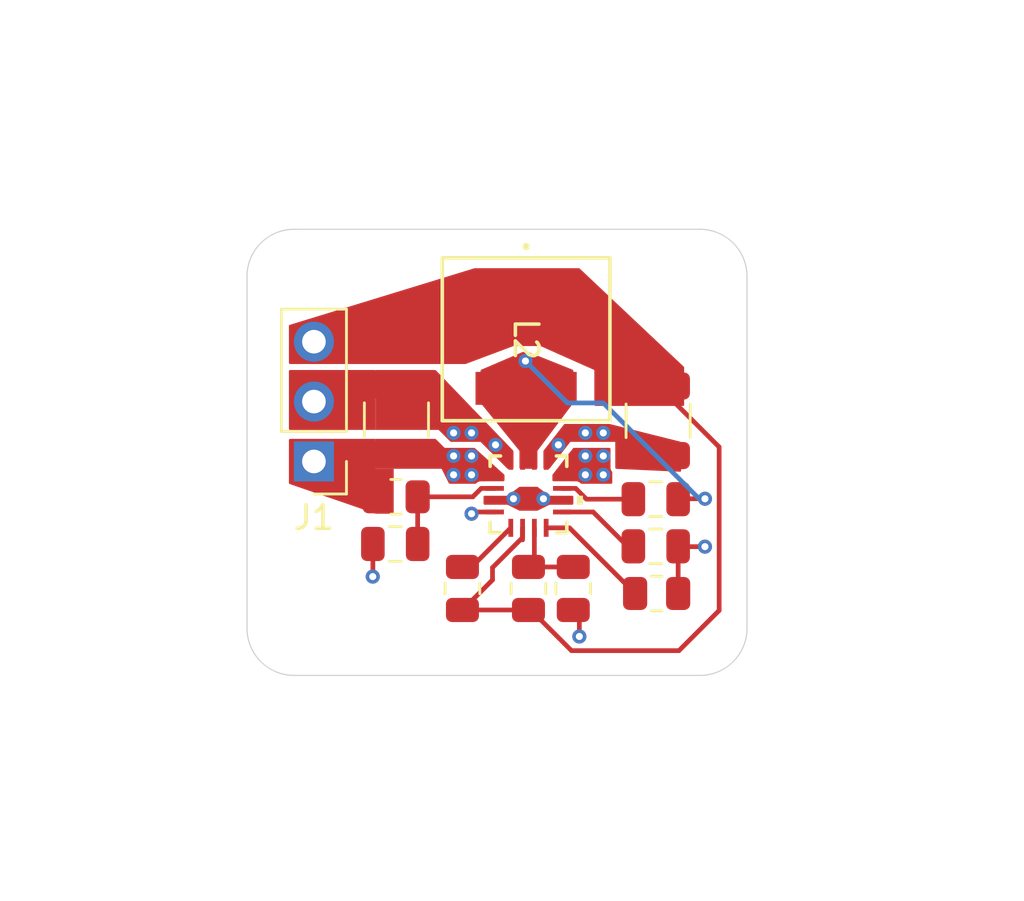
<source format=kicad_pcb>
(kicad_pcb (version 20241229) (generator "pcbnew") (generator_version "9.0")
  (layers (0 "F.Cu" signal) (4 "In1.Cu" signal) (6 "In2.Cu" signal) (2 "B.Cu" signal) (13 "F.Paste" user) (15 "B.Paste" user) (5 "F.SilkS" user "F.Silkscreen") (7 "B.SilkS" user "B.Silkscreen") (1 "F.Mask" user) (3 "B.Mask" user) (25 "Edge.Cuts" user))
  (net 0 "")
  (net 1 "GND")
  (net 2 "14.8V")
  (net 3 "Net-(U4-VINLDO)")
  (net 4 "Net-(U4-VCC)")
  (net 5 "Net-(U4-BOOT)")
  (net 6 "Net-(C24-Pad2)")
  (net 7 "12V")
  (net 8 "Net-(U4-FSW)")
  (net 9 "Net-(U4-PGOOD)")
  (net 10 "Net-(U4-FB{slash}OUT)")
  (footprint "74439344047:IND_WE-XHMI_6030_WRE" (layer "F.Cu") (at 144.108389 103.290419 -90)
    (property "Reference" "L2" (at 0 0 270) (layer "F.SilkS"))
    (property "Value" "74439344047" (hide yes))
    (fp_line (start -3.4544 3.556) (end 3.4544 3.556) (stroke (width 0.1524)) (layer "F.SilkS"))
    (fp_line (start 3.4544 3.556) (end 3.4544 -3.556) (stroke (width 0.1524)) (layer "F.SilkS"))
    (fp_line (start -3.4544 -3.556) (end -3.4544 3.556) (stroke (width 0.1524)) (layer "F.SilkS"))
    (fp_line (start 3.4544 -3.556) (end -3.4544 -3.556) (stroke (width 0.1524)) (layer "F.SilkS"))
    (fp_circle (center -3.937 0) (end -3.8608 0) (stroke (width 0.1524)) (fill no) (layer "F.SilkS"))
    (pad "1" smd rect (at -2.0828 0 270) (size 1.397 4.2926) (layers "F.Cu" "F.Mask" "F.Paste") (net 7 "12V"))
    (pad "2" smd rect (at 2.0828 0 270) (size 1.397 4.2926) (layers "F.Cu" "F.Mask" "F.Paste") (net 6 "Net-(C24-Pad2)"))
  )
  (footprint "Resistor_SMD:R_0805_2012Metric" (layer "F.Cu") (at 141.408389 113.860719 -90)
    (property "Reference" "R17" (hide yes))
    (property "Value" "1M" (hide yes))
    (fp_line (start -0.227064 0.735) (end 0.227064 0.735) (stroke (width 0.12)) (layer "F.SilkS"))
    (fp_line (start -0.227064 -0.735) (end 0.227064 -0.735) (stroke (width 0.12)) (layer "F.SilkS"))
    (pad "1" smd roundrect (at -0.9125 0 270) (size 1.025 1.4) (layers "F.Cu" "F.Mask" "F.Paste") (roundrect_rratio 0.243902) (net 9 "Net-(U4-PGOOD)"))
    (pad "2" smd roundrect (at 0.9125 0 270) (size 1.025 1.4) (layers "F.Cu" "F.Mask" "F.Paste") (roundrect_rratio 0.243902) (net 7 "12V"))
  )
  (footprint "Capacitor_SMD:C_0805_2012Metric" (layer "F.Cu") (at 138.558389 111.973219 180)
    (property "Reference" "C22" (hide yes))
    (property "Value" "1uF" (hide yes))
    (fp_line (start -0.261252 0.735) (end 0.261252 0.735) (stroke (width 0.12)) (layer "F.SilkS"))
    (fp_line (start -0.261252 -0.735) (end 0.261252 -0.735) (stroke (width 0.12)) (layer "F.SilkS"))
    (pad "1" smd roundrect (at -0.95 0 180) (size 1 1.45) (layers "F.Cu" "F.Mask" "F.Paste") (net 3 "Net-(U4-VINLDO)"))
    (pad "2" smd roundrect (at 0.95 0 180) (size 1 1.45) (layers "F.Cu" "F.Mask" "F.Paste") (net 1 "GND"))
  )
  (footprint "Capacitor_SMD:C_0805_2012Metric" (layer "F.Cu") (at 149.607389 112.073219 180)
    (property "Reference" "C23" (hide yes))
    (property "Value" "1uF")
    (fp_line (start -0.261252 0.735) (end 0.261252 0.735) (stroke (width 0.12)) (layer "F.SilkS"))
    (fp_line (start -0.261252 -0.735) (end 0.261252 -0.735) (stroke (width 0.12)) (layer "F.SilkS"))
    (pad "1" smd roundrect (at -0.95 0 180) (size 1 1.45) (layers "F.Cu" "F.Mask" "F.Paste") (net 1 "GND"))
    (pad "2" smd roundrect (at 0.95 0 180) (size 1 1.45) (layers "F.Cu" "F.Mask" "F.Paste") (net 4 "Net-(U4-VCC)"))
  )
  (footprint "Capacitor_SMD:C_0805_2012Metric" (layer "F.Cu") (at 149.607389 110.073219)
    (property "Reference" "C24" (hide yes))
    (property "Value" "100nF" (hide yes))
    (fp_line (start -0.261252 -0.735) (end 0.261252 -0.735) (stroke (width 0.12)) (layer "F.SilkS"))
    (fp_line (start -0.261252 0.735) (end 0.261252 0.735) (stroke (width 0.12)) (layer "F.SilkS"))
    (pad "1" smd roundrect (at -0.95 0) (size 1 1.45) (layers "F.Cu" "F.Mask" "F.Paste") (net 5 "Net-(U4-BOOT)"))
    (pad "2" smd roundrect (at 0.95 0) (size 1 1.45) (layers "F.Cu" "F.Mask" "F.Paste") (net 6 "Net-(C24-Pad2)"))
  )
  (footprint "Connector_PinHeader_2.54mm:PinHeader_1x03_P2.54mm_Vertical" (layer "F.Cu") (at 135.108389 108.473219 180)
    (property "Reference" "J1" (at 0 -2.38 0) (layer "F.SilkS"))
    (property "Value" "Conn_01x03_Socket" (hide yes))
    (fp_line (start 1.38 1.27) (end 1.38 6.46) (stroke (width 0.12)) (layer "F.SilkS"))
    (fp_line (start -1.38 6.46) (end 1.38 6.46) (stroke (width 0.12)) (layer "F.SilkS"))
    (fp_line (start -1.38 1.27) (end 1.38 1.27) (stroke (width 0.12)) (layer "F.SilkS"))
    (fp_line (start -1.38 1.27) (end -1.38 6.46) (stroke (width 0.12)) (layer "F.SilkS"))
    (fp_line (start -1.38 0) (end -1.38 -1.38) (stroke (width 0.12)) (layer "F.SilkS"))
    (fp_line (start -1.38 -1.38) (end 0 -1.38) (stroke (width 0.12)) (layer "F.SilkS"))
    (pad "1" thru_hole rect (at 0 0 180) (size 1.7 1.7) (drill 1) (layers "*.Cu" "*.Mask") (net 2 "14.8V"))
    (pad "2" thru_hole circle (at 0 2.54 180) (size 1.7 1.7) (drill 1) (layers "*.Cu" "*.Mask") (net 1 "GND"))
    (pad "3" thru_hole circle (at 0 5.08 180) (size 1.7 1.7) (drill 1) (layers "*.Cu" "*.Mask") (net 7 "12V"))
  )
  (footprint "Resistor_SMD:R_0805_2012Metric" (layer "F.Cu") (at 144.208389 113.860719 90)
    (property "Reference" "R18" (hide yes))
    (property "Value" "1M" (hide yes))
    (fp_line (start -0.227064 -0.735) (end 0.227064 -0.735) (stroke (width 0.12)) (layer "F.SilkS"))
    (fp_line (start -0.227064 0.735) (end 0.227064 0.735) (stroke (width 0.12)) (layer "F.SilkS"))
    (pad "1" smd roundrect (at -0.9125 0 90) (size 1.025 1.4) (layers "F.Cu" "F.Mask" "F.Paste") (roundrect_rratio 0.243902) (net 7 "12V"))
    (pad "2" smd roundrect (at 0.9125 0 90) (size 1.025 1.4) (layers "F.Cu" "F.Mask" "F.Paste") (roundrect_rratio 0.243902) (net 10 "Net-(U4-FB{slash}OUT)"))
  )
  (footprint "Resistor_SMD:R_0805_2012Metric" (layer "F.Cu") (at 146.108389 113.860719 -90)
    (property "Reference" "R19" (hide yes))
    (property "Value" "75k" (hide yes))
    (fp_line (start -0.227064 0.735) (end 0.227064 0.735) (stroke (width 0.12)) (layer "F.SilkS"))
    (fp_line (start -0.227064 -0.735) (end 0.227064 -0.735) (stroke (width 0.12)) (layer "F.SilkS"))
    (pad "1" smd roundrect (at -0.9125 0 270) (size 1.025 1.4) (layers "F.Cu" "F.Mask" "F.Paste") (roundrect_rratio 0.243902) (net 10 "Net-(U4-FB{slash}OUT)"))
    (pad "2" smd roundrect (at 0.9125 0 270) (size 1.025 1.4) (layers "F.Cu" "F.Mask" "F.Paste") (roundrect_rratio 0.243902) (net 1 "GND"))
  )
  (footprint "Capacitor_SMD:C_1210_3225Metric" (layer "F.Cu") (at 138.608389 106.698219 90)
    (property "Reference" "C21" (hide yes))
    (property "Value" "10uF" (hide yes))
    (fp_line (start -0.711252 -1.36) (end 0.711252 -1.36) (stroke (width 0.12)) (layer "F.SilkS"))
    (fp_line (start -0.711252 1.36) (end 0.711252 1.36) (stroke (width 0.12)) (layer "F.SilkS"))
    (pad "1" smd roundrect (at -1.475 0 90) (size 1.15 2.7) (layers "F.Cu" "F.Mask" "F.Paste") (roundrect_rratio 0.217391) (net 2 "14.8V"))
    (pad "2" smd roundrect (at 1.475 0 90) (size 1.15 2.7) (layers "F.Cu" "F.Mask" "F.Paste") (roundrect_rratio 0.217391) (net 1 "GND"))
  )
  (footprint "L6983C33QTR:QFN_33QTR_STM" (layer "F.Cu") (at 144.208389 109.866209)
    (property "Reference" "U4" (hide yes))
    (property "Value" "L6983CQTR" (hide yes))
    (fp_line (start -1.6256 -1.6256) (end -1.6256 -1.184529) (stroke (width 0.1524)) (layer "F.SilkS"))
    (fp_line (start -1.6256 1.184529) (end -1.6256 1.6256) (stroke (width 0.1524)) (layer "F.SilkS"))
    (fp_line (start -1.6256 1.6256) (end -1.184529 1.6256) (stroke (width 0.1524)) (layer "F.SilkS"))
    (fp_line (start -1.184529 -1.6256) (end -1.6256 -1.6256) (stroke (width 0.1524)) (layer "F.SilkS"))
    (fp_line (start 1.184529 1.6256) (end 1.6256 1.6256) (stroke (width 0.1524)) (layer "F.SilkS"))
    (fp_line (start 1.6256 -1.6256) (end 1.184529 -1.6256) (stroke (width 0.1524)) (layer "F.SilkS"))
    (fp_line (start 1.6256 -1.184529) (end 1.6256 -1.6256) (stroke (width 0.1524)) (layer "F.SilkS"))
    (fp_line (start 1.6256 1.6256) (end 1.6256 1.184529) (stroke (width 0.1524)) (layer "F.SilkS"))
    (fp_poly (pts (xy 2.3114 0.059563) (xy 2.3114 0.440563) (xy 2.0574 0.440563) (xy 2.0574 0.059563)) (fill yes) (layer "F.SilkS"))
    (pad "1" smd rect (at -1.4224 -0.750189 90) (size 0.2032 0.762) (layers "F.Cu" "F.Mask" "F.Paste") (net 2 "14.8V"))
    (pad "2" smd rect (at -1.4224 -0.250063 90) (size 0.2032 0.762) (layers "F.Cu" "F.Mask" "F.Paste") (net 3 "Net-(U4-VINLDO)"))
    (pad "3" smd rect (at -1.4224 0.250063 90) (size 0.2032 0.762) (layers "F.Cu" "F.Mask" "F.Paste") (net 1 "GND"))
    (pad "4" smd rect (at -1.4224 0.750189 90) (size 0.2032 0.762) (layers "F.Cu" "F.Mask" "F.Paste") (net 2 "14.8V"))
    (pad "5" smd rect (at -0.750189 1.4224) (size 0.2032 0.762) (layers "F.Cu" "F.Mask" "F.Paste") (net 9 "Net-(U4-PGOOD)"))
    (pad "6" smd rect (at -0.250063 1.4224) (size 0.2032 0.762) (layers "F.Cu" "F.Mask" "F.Paste") (net 7 "12V"))
    (pad "7" smd rect (at 0.250063 1.4224) (size 0.2032 0.762) (layers "F.Cu" "F.Mask" "F.Paste") (net 10 "Net-(U4-FB{slash}OUT)"))
    (pad "8" smd rect (at 0.750189 1.4224) (size 0.2032 0.762) (layers "F.Cu" "F.Mask" "F.Paste") (net 8 "Net-(U4-FSW)"))
    (pad "9" smd rect (at 1.4224 0.750189 90) (size 0.2032 0.762) (layers "F.Cu" "F.Mask" "F.Paste") (net 4 "Net-(U4-VCC)"))
    (pad "10" smd rect (at 1.4224 0.250063 90) (size 0.2032 0.762) (layers "F.Cu" "F.Mask" "F.Paste") (net 1 "GND"))
    (pad "11" smd rect (at 1.4224 -0.250063 90) (size 0.2032 0.762) (layers "F.Cu" "F.Mask" "F.Paste") (net 5 "Net-(U4-BOOT)"))
    (pad "12" smd rect (at 1.4224 -0.750189 90) (size 0.2032 0.762) (layers "F.Cu" "F.Mask" "F.Paste") (net 2 "14.8V"))
    (pad "13" smd rect (at 0.750189 -1.4224) (size 0.2032 0.762) (layers "F.Cu" "F.Mask" "F.Paste") (net 1 "GND"))
    (pad "14" smd rect (at 0.250063 -1.4224) (size 0.2032 0.762) (layers "F.Cu" "F.Mask" "F.Paste") (net 6 "Net-(C24-Pad2)"))
    (pad "15" smd rect (at -0.250063 -1.4224) (size 0.2032 0.762) (layers "F.Cu" "F.Mask" "F.Paste") (net 6 "Net-(C24-Pad2)"))
    (pad "16" smd rect (at -0.750189 -1.4224) (size 0.2032 0.762) (layers "F.Cu" "F.Mask" "F.Paste") (net 1 "GND"))
    (pad "17" smd rect (at 0 0.20701) (size 0.5334 0.9144) (layers "F.Cu" "F.Mask" "F.Paste") (net 1 "GND"))
  )
  (footprint "Resistor_SMD:R_0805_2012Metric" (layer "F.Cu") (at 138.595889 109.973219)
    (property "Reference" "R15" (hide yes))
    (property "Value" "100" (hide yes))
    (fp_line (start -0.227064 -0.735) (end 0.227064 -0.735) (stroke (width 0.12)) (layer "F.SilkS"))
    (fp_line (start -0.227064 0.735) (end 0.227064 0.735) (stroke (width 0.12)) (layer "F.SilkS"))
    (pad "1" smd roundrect (at -0.9125 0) (size 1.025 1.4) (layers "F.Cu" "F.Mask" "F.Paste") (roundrect_rratio 0.243902) (net 2 "14.8V"))
    (pad "2" smd roundrect (at 0.9125 0) (size 1.025 1.4) (layers "F.Cu" "F.Mask" "F.Paste") (roundrect_rratio 0.243902) (net 3 "Net-(U4-VINLDO)"))
  )
  (footprint "Capacitor_SMD:C_1210_3225Metric" (layer "F.Cu") (at 149.708389 106.748219 90)
    (property "Reference" "C25" (hide yes))
    (property "Value" "40uF" (hide yes))
    (fp_line (start -0.711252 -1.36) (end 0.711252 -1.36) (stroke (width 0.12)) (layer "F.SilkS"))
    (fp_line (start -0.711252 1.36) (end 0.711252 1.36) (stroke (width 0.12)) (layer "F.SilkS"))
    (pad "1" smd roundrect (at -1.475 0 90) (size 1.15 2.7) (layers "F.Cu" "F.Mask" "F.Paste") (roundrect_rratio 0.217391) (net 1 "GND"))
    (pad "2" smd roundrect (at 1.475 0 90) (size 1.15 2.7) (layers "F.Cu" "F.Mask" "F.Paste") (roundrect_rratio 0.217391) (net 7 "12V"))
  )
  (footprint "Resistor_SMD:R_0805_2012Metric" (layer "F.Cu") (at 149.644889 114.073219)
    (property "Reference" "R16" (hide yes))
    (property "Value" "10k" (hide yes))
    (fp_line (start -0.227064 -0.735) (end 0.227064 -0.735) (stroke (width 0.12)) (layer "F.SilkS"))
    (fp_line (start -0.227064 0.735) (end 0.227064 0.735) (stroke (width 0.12)) (layer "F.SilkS"))
    (pad "1" smd roundrect (at -0.9125 0) (size 1.025 1.4) (layers "F.Cu" "F.Mask" "F.Paste") (roundrect_rratio 0.243902) (net 8 "Net-(U4-FSW)"))
    (pad "2" smd roundrect (at 0.9125 0) (size 1.025 1.4) (layers "F.Cu" "F.Mask" "F.Paste") (roundrect_rratio 0.243902) (net 1 "GND"))
  )
  (gr_arc (start 151.478389 98.625219) (mid 152.892603 99.211003) (end 153.478389 100.625219) (stroke (width 0.05)) (layer "Edge.Cuts"))
  (gr_arc (start 153.478389 115.548219) (mid 152.892595 116.962416) (end 151.478389 117.548219) (stroke (width 0.05)) (layer "Edge.Cuts"))
  (gr_line (start 134.269389 98.625219) (end 151.478389 98.625219) (stroke (width 0.05)) (layer "Edge.Cuts"))
  (gr_line (start 153.478389 100.625219) (end 153.478389 115.548219) (stroke (width 0.05)) (layer "Edge.Cuts"))
  (gr_line (start 151.478389 117.548219) (end 134.269389 117.548219) (stroke (width 0.05)) (layer "Edge.Cuts"))
  (gr_arc (start 132.269389 100.625219) (mid 132.855168 99.210989) (end 134.269389 98.625219) (stroke (width 0.05)) (layer "Edge.Cuts"))
  (gr_line (start 132.269389 115.548219) (end 132.269389 100.625219) (stroke (width 0.05)) (layer "Edge.Cuts"))
  (gr_arc (start 134.269389 117.548219) (mid 132.855176 116.96243) (end 132.269389 115.548219) (stroke (width 0.05)) (layer "Edge.Cuts"))
  (segment (start 146.366389 115.897219) (end 146.366389 114.831219) (width 0.2) (layer "F.Cu") (net 1))
  (segment (start 150.557389 112.073219) (end 150.557389 114.073219) (width 0.2) (layer "F.Cu") (net 1))
  (segment (start 137.608389 111.973219) (end 137.608389 113.352219) (width 0.2) (layer "F.Cu") (net 1))
  (segment (start 137.608389 113.352219) (end 137.603389 113.357219) (width 0.2) (layer "F.Cu") (net 1))
  (segment (start 150.354389 114.119219) (end 150.308389 114.073219) (width 0.2) (layer "F.Cu") (net 1))
  (segment (start 151.446389 112.087219) (end 150.322389 112.087219) (width 0.2) (layer "F.Cu") (net 1))
  (segment (start 146.366389 114.831219) (end 146.308389 114.773219) (width 0.2) (layer "F.Cu") (net 1))
  (segment (start 150.322389 112.087219) (end 150.308389 112.073219) (width 0.2) (layer "F.Cu") (net 1))
  (via (at 147.382389 107.261219) (size 0.6) (drill 0.3) (layers "F.Cu" "B.Cu") (net 1))
  (via (at 146.366389 115.897219) (size 0.6) (drill 0.3) (layers "F.Cu" "B.Cu") (net 1))
  (via (at 146.620389 107.261219) (size 0.6) (drill 0.3) (layers "F.Cu" "B.Cu") (net 1))
  (via (at 144.842389 110.055219) (size 0.6) (drill 0.3) (layers "F.Cu" "B.Cu") (net 1))
  (via (at 145.477389 107.769219) (size 0.6) (drill 0.3) (layers "F.Cu" "B.Cu") (net 1))
  (via (at 141.032389 107.261219) (size 0.6) (drill 0.3) (layers "F.Cu" "B.Cu") (net 1))
  (via (at 143.572389 110.055219) (size 0.6) (drill 0.3) (layers "F.Cu" "B.Cu") (net 1))
  (via (at 142.810389 107.769219) (size 0.6) (drill 0.3) (layers "F.Cu" "B.Cu") (net 1))
  (via (at 137.603389 113.357219) (size 0.6) (drill 0.3) (layers "F.Cu" "B.Cu") (net 1))
  (via (at 141.794389 107.261219) (size 0.6) (drill 0.3) (layers "F.Cu" "B.Cu") (net 1))
  (via (at 151.695389 112.087219) (size 0.6) (drill 0.3) (layers "F.Cu" "B.Cu") (net 1))
  (segment (start 142.785989 110.616398) (end 141.86821 110.616398) (width 0.2) (layer "F.Cu") (net 2))
  (segment (start 141.86821 110.616398) (end 141.794389 110.690219) (width 0.2) (layer "F.Cu") (net 2))
  (via (at 141.032389 108.239216) (size 0.6) (drill 0.3) (layers "F.Cu" "B.Cu") (net 2))
  (via (at 147.382389 109.039219) (size 0.6) (drill 0.3) (layers "F.Cu" "B.Cu") (net 2))
  (via (at 146.620389 108.239216) (size 0.6) (drill 0.3) (layers "F.Cu" "B.Cu") (net 2))
  (via (at 146.620389 109.039219) (size 0.6) (drill 0.3) (layers "F.Cu" "B.Cu") (net 2))
  (via (at 141.032389 109.039219) (size 0.6) (drill 0.3) (layers "F.Cu" "B.Cu") (net 2))
  (via (at 147.382389 108.239216) (size 0.6) (drill 0.3) (layers "F.Cu" "B.Cu") (net 2))
  (via (at 141.794389 108.239216) (size 0.6) (drill 0.3) (layers "F.Cu" "B.Cu") (net 2))
  (via (at 141.794389 110.690219) (size 0.6) (drill 0.3) (layers "F.Cu" "B.Cu") (net 2))
  (via (at 141.794389 109.039219) (size 0.6) (drill 0.3) (layers "F.Cu" "B.Cu") (net 2))
  (segment (start 139.508389 111.973219) (end 139.508389 109.973219) (width 0.2) (layer "F.Cu") (net 3))
  (segment (start 139.508389 109.973219) (end 141.847916 109.973219) (width 0.2) (layer "F.Cu") (net 3))
  (segment (start 142.204989 109.616146) (end 142.785989 109.616146) (width 0.2) (layer "F.Cu") (net 3))
  (segment (start 141.847916 109.973219) (end 142.204989 109.616146) (width 0.2) (layer "F.Cu") (net 3))
  (segment (start 148.408389 112.073219) (end 146.951568 110.616398) (width 0.2) (layer "F.Cu") (net 4))
  (segment (start 146.951568 110.616398) (end 145.630789 110.616398) (width 0.2) (layer "F.Cu") (net 4))
  (segment (start 146.211789 109.616146) (end 145.630789 109.616146) (width 0.2) (layer "F.Cu") (net 5))
  (segment (start 148.408389 110.073219) (end 146.668862 110.073219) (width 0.2) (layer "F.Cu") (net 5))
  (segment (start 146.668862 110.073219) (end 146.211789 109.616146) (width 0.2) (layer "F.Cu") (net 5))
  (segment (start 151.446389 110.055219) (end 150.326389 110.055219) (width 0.2) (layer "F.Cu") (net 6))
  (segment (start 150.326389 110.055219) (end 150.308389 110.073219) (width 0.2) (layer "F.Cu") (net 6))
  (via (at 151.695389 110.055219) (size 0.6) (drill 0.3) (layers "F.Cu" "B.Cu") (net 6))
  (via blind (at 144.080389 104.213219) (size 0.6) (drill 0.3) (layers "F.Cu" "B.Cu") (net 6))
  (segment (start 147.382389 105.991219) (end 151.446389 110.055219) (width 0.2) (layer "B.Cu") (net 6))
  (segment (start 144.080389 104.213219) (end 145.858389 105.991219) (width 0.2) (layer "B.Cu") (net 6))
  (segment (start 145.858389 105.991219) (end 147.382389 105.991219) (width 0.2) (layer "B.Cu") (net 6))
  (segment (start 150.591389 116.498219) (end 146.033389 116.498219) (width 0.2) (layer "F.Cu") (net 7))
  (segment (start 143.958326 111.799622) (end 143.958326 111.288609) (width 0.2) (layer "F.Cu") (net 7))
  (segment (start 144.308389 114.773219) (end 144.308389 114.689162) (width 0.2) (layer "F.Cu") (net 7))
  (segment (start 144.308389 114.773219) (end 141.808389 114.773219) (width 0.2) (layer "F.Cu") (net 7))
  (segment (start 142.683389 113.498219) (end 142.683389 112.974559) (width 0.2) (layer "F.Cu") (net 7))
  (segment (start 141.408389 114.773219) (end 142.683389 113.498219) (width 0.2) (layer "F.Cu") (net 7))
  (segment (start 152.296389 114.793219) (end 150.591389 116.498219) (width 0.2) (layer "F.Cu") (net 7))
  (segment (start 149.708389 105.273219) (end 152.296389 107.861219) (width 0.2) (layer "F.Cu") (net 7))
  (segment (start 146.033389 116.498219) (end 144.308389 114.773219) (width 0.2) (layer "F.Cu") (net 7))
  (segment (start 152.296389 107.861219) (end 152.296389 114.793219) (width 0.2) (layer "F.Cu") (net 7))
  (segment (start 143.958326 111.699622) (end 143.958326 111.288609) (width 0.2) (layer "F.Cu") (net 7))
  (segment (start 142.683389 112.974559) (end 143.958326 111.699622) (width 0.2) (layer "F.Cu") (net 7))
  (segment (start 145.947779 111.288609) (end 144.958578 111.288609) (width 0.2) (layer "F.Cu") (net 8))
  (segment (start 148.732389 114.073219) (end 145.947779 111.288609) (width 0.2) (layer "F.Cu") (net 8))
  (segment (start 141.808389 112.948219) (end 141.808389 112.93842) (width 0.2) (layer "F.Cu") (net 9))
  (segment (start 141.808389 112.93842) (end 143.4582 111.288609) (width 0.2) (layer "F.Cu") (net 9))
  (segment (start 144.308389 112.948219) (end 144.458452 112.798156) (width 0.2) (layer "F.Cu") (net 10))
  (segment (start 144.458452 112.798156) (end 144.458452 111.288609) (width 0.2) (layer "F.Cu") (net 10))
  (segment (start 146.308389 112.948219) (end 144.308389 112.948219) (width 0.2) (layer "F.Cu") (net 10))
  (zone (net 2) (net_name "14.8V") (layer "F.Cu") (connect_pads yes (clearance 0.2)) (min_thickness 0.1) (fill yes (thermal_gap 0.5) (thermal_bridge_width 0.5))
    (polygon (pts (xy 143.191389 109.039219) (xy 141.921389 107.896219) (xy 140.651389 107.896219) (xy 140.270389 107.515219) (xy 137.730389 107.515219) (xy 137.730389 108.785219) (xy 140.524389 108.785219) (xy 140.841889 109.420219) (xy 143.191389 109.420219)))
  )
  (zone (net 2) (net_name "14.8V") (layer "F.Cu") (priority 4) (connect_pads yes (clearance 0.2)) (min_thickness 0.1) (fill yes (thermal_gap 0.5) (thermal_bridge_width 0.5))
    (polygon (pts (xy 145.223389 109.420219) (xy 147.763389 109.420219) (xy 147.763389 107.896219) (xy 146.112389 107.896219) (xy 145.223389 109.039219)))
  )
  (zone (net 1) (net_name "GND") (layer "F.Cu") (priority 7) (connect_pads yes (clearance 0.2)) (min_thickness 0.1) (fill yes (thermal_gap 0.5) (thermal_bridge_width 0.5))
    (polygon (pts (xy 137.730389 104.594219) (xy 134.047389 104.594219) (xy 134.047389 107.134219) (xy 137.730389 107.134219)))
  )
  (zone (net 1) (net_name "GND") (layer "F.Cu") (priority 1) (connect_pads yes (clearance 0.2)) (min_thickness 0.1) (fill yes (thermal_gap 0.5) (thermal_bridge_width 0.5))
    (polygon (pts (xy 143.572389 108.785219) (xy 143.572389 108.023219) (xy 140.270389 104.594219) (xy 137.730389 104.594219) (xy 137.730389 107.134219) (xy 140.397389 107.134219) (xy 140.905389 107.642219) (xy 142.175389 107.642219) (xy 143.318389 108.785219)))
  )
  (zone (net 2) (net_name "14.8V") (layer "F.Cu") (priority 6) (connect_pads yes (clearance 0.2)) (min_thickness 0.1) (fill yes (thermal_gap 0.5) (thermal_bridge_width 0.5))
    (polygon (pts (xy 137.730389 107.515219) (xy 134.047389 107.515219) (xy 134.047389 109.420219) (xy 137.730389 110.690219) (xy 138.492389 110.690219) (xy 138.492389 108.785219) (xy 137.730389 108.785219)))
  )
  (zone (net 1) (net_name "GND") (layer "F.Cu") (priority 5) (connect_pads yes (clearance 0.2)) (min_thickness 0.1) (fill yes (thermal_gap 0.5) (thermal_bridge_width 0.5))
    (polygon (pts (xy 144.842389 108.785219) (xy 144.842389 108.023219) (xy 145.731389 106.880219) (xy 147.636389 106.880219) (xy 150.684389 107.642219) (xy 150.684389 108.912219) (xy 147.890389 108.785219) (xy 147.890389 107.642219) (xy 145.985389 107.642219) (xy 145.096389 108.785219)))
  )
  (zone (net 6) (net_name "Net-(C24-Pad2)") (layer "F.Cu") (priority 2) (connect_pads yes (clearance 0.2)) (min_thickness 0.1) (fill yes (thermal_gap 0.5) (thermal_bridge_width 0.5))
    (polygon (pts (xy 143.826389 108.785219) (xy 144.588389 108.785219) (xy 144.588389 108.023219) (xy 146.112389 105.991219) (xy 146.112389 104.594219) (xy 144.207389 103.832219) (xy 143.953389 103.832219) (xy 142.175389 104.594219) (xy 142.175389 105.991219) (xy 143.826389 108.023219)))
  )
  (zone (net 7) (net_name "12V") (layer "F.Cu") (priority 8) (connect_pads yes (clearance 0.2)) (min_thickness 0.1) (fill yes (thermal_gap 0.5) (thermal_bridge_width 0.5))
    (polygon (pts (xy 134.047389 104.340219) (xy 141.540389 104.340219) (xy 143.572389 103.578219) (xy 144.715389 103.578219) (xy 147.001389 104.594219) (xy 147.001389 106.118219) (xy 150.811389 106.118219) (xy 150.811389 104.467219) (xy 146.366389 100.276219) (xy 141.921389 100.276219) (xy 134.047389 102.689219)))
  )
  (zone (net 1) (net_name "GND") (layer "F.Cu") (priority 3) (connect_pads yes (clearance 0.2)) (min_thickness 0.1) (fill yes (thermal_gap 0.5) (thermal_bridge_width 0.5))
    (polygon (pts (xy 142.302389 109.928219) (xy 142.302389 110.309219) (xy 143.318389 110.309219) (xy 143.826389 110.563219) (xy 144.588389 110.563219) (xy 145.096389 110.309219) (xy 146.112389 110.309219) (xy 146.112389 109.928219) (xy 145.096389 109.928219) (xy 144.588389 109.547219) (xy 143.826389 109.547219) (xy 143.318389 109.928219)))
  )
)
</source>
